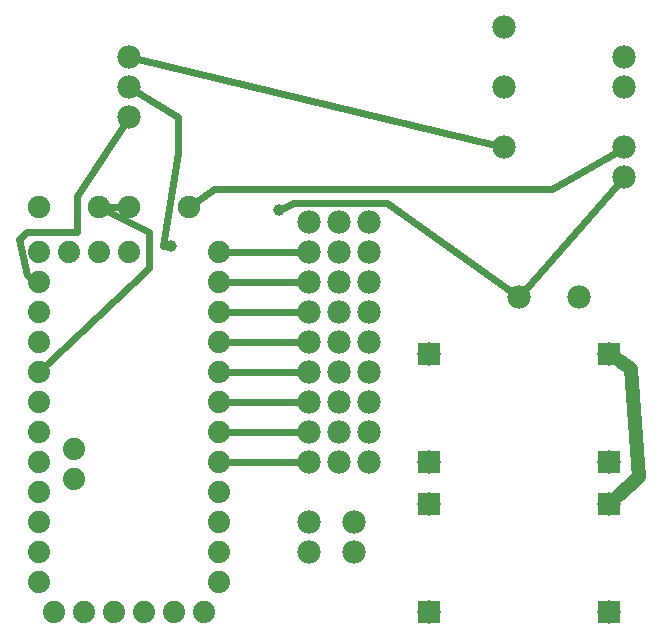
<source format=gtl>
G04 MADE WITH FRITZING*
G04 WWW.FRITZING.ORG*
G04 DOUBLE SIDED*
G04 HOLES PLATED*
G04 CONTOUR ON CENTER OF CONTOUR VECTOR*
%ASAXBY*%
%FSLAX23Y23*%
%MOIN*%
%OFA0B0*%
%SFA1.0B1.0*%
%ADD10C,0.078000*%
%ADD11C,0.074000*%
%ADD12C,0.075000*%
%ADD13C,0.039370*%
%ADD14R,0.077630X0.077806*%
%ADD15C,0.024000*%
%ADD16C,0.048000*%
%LNCOPPER1*%
G90*
G70*
G54D10*
X1027Y1431D03*
X1127Y1431D03*
X1227Y1431D03*
X1027Y1331D03*
X1127Y1331D03*
X1227Y1331D03*
X1027Y1231D03*
X1127Y1231D03*
X1227Y1231D03*
X1027Y1131D03*
X1127Y1131D03*
X1227Y1131D03*
X1027Y1031D03*
X1127Y1031D03*
X1227Y1031D03*
X1027Y931D03*
X1127Y931D03*
X1227Y931D03*
X1027Y831D03*
X1127Y831D03*
X1227Y831D03*
X1027Y731D03*
X1127Y731D03*
X1227Y731D03*
X1027Y631D03*
X1127Y631D03*
X1227Y631D03*
G54D11*
X677Y131D03*
X577Y131D03*
X477Y131D03*
X377Y131D03*
X277Y131D03*
X177Y131D03*
X242Y676D03*
X242Y576D03*
X327Y1331D03*
X227Y1331D03*
X127Y231D03*
X127Y331D03*
X127Y431D03*
X127Y531D03*
X127Y631D03*
X127Y731D03*
X127Y831D03*
X127Y931D03*
X127Y1031D03*
X127Y1131D03*
X127Y1231D03*
X127Y1331D03*
X727Y1331D03*
X727Y1231D03*
X727Y1131D03*
X727Y1031D03*
X727Y931D03*
X727Y831D03*
X727Y731D03*
X727Y631D03*
X727Y531D03*
X727Y431D03*
X727Y331D03*
X727Y231D03*
X427Y1331D03*
G54D10*
X2027Y131D03*
X2027Y491D03*
X1427Y491D03*
X1427Y131D03*
X2027Y631D03*
X2027Y991D03*
X1427Y991D03*
X1427Y631D03*
X1677Y2081D03*
X1677Y1881D03*
X1677Y1681D03*
X427Y1981D03*
X427Y1881D03*
X427Y1781D03*
X2077Y1881D03*
X2077Y1981D03*
X1927Y1181D03*
X1727Y1181D03*
X2077Y1681D03*
X2077Y1581D03*
G54D12*
X127Y1481D03*
X327Y1481D03*
X427Y1481D03*
X627Y1481D03*
G54D13*
X564Y1350D03*
X924Y1470D03*
G54D10*
X1027Y331D03*
X1027Y331D03*
X1027Y431D03*
X1177Y431D03*
X1177Y431D03*
X1177Y331D03*
G54D14*
X1427Y491D03*
X1427Y132D03*
X2027Y131D03*
X2027Y491D03*
X1427Y991D03*
X1427Y632D03*
X2027Y631D03*
X2027Y991D03*
G54D15*
X758Y1031D02*
X997Y1031D01*
D02*
X758Y931D02*
X997Y931D01*
D02*
X758Y831D02*
X997Y831D01*
D02*
X758Y1131D02*
X997Y1131D01*
D02*
X758Y731D02*
X997Y731D01*
D02*
X410Y1756D02*
X252Y1518D01*
D02*
X758Y1331D02*
X997Y1331D01*
D02*
X758Y631D02*
X997Y631D01*
D02*
X758Y1231D02*
X997Y1231D01*
D02*
X252Y1398D02*
X84Y1398D01*
D02*
X252Y1518D02*
X252Y1398D01*
D02*
X398Y1481D02*
X355Y1481D01*
D02*
X84Y1254D02*
X99Y1246D01*
D02*
X60Y1374D02*
X84Y1254D01*
D02*
X84Y1398D02*
X60Y1374D01*
D02*
X149Y953D02*
X492Y1278D01*
D02*
X492Y1398D02*
X352Y1468D01*
D02*
X492Y1278D02*
X492Y1398D01*
D02*
X1836Y1542D02*
X2051Y1666D01*
D02*
X708Y1542D02*
X1836Y1542D01*
D02*
X650Y1498D02*
X708Y1542D01*
D02*
X588Y1782D02*
X588Y1662D01*
D02*
X452Y1865D02*
X588Y1782D01*
G54D16*
D02*
X2100Y942D02*
X2061Y968D01*
D02*
X2127Y581D02*
X2100Y942D01*
D02*
X2057Y519D02*
X2127Y581D01*
G54D15*
D02*
X540Y1350D02*
X545Y1350D01*
D02*
X588Y1662D02*
X540Y1350D01*
D02*
X2057Y1558D02*
X1746Y1204D01*
D02*
X1284Y1494D02*
X1702Y1198D01*
D02*
X972Y1494D02*
X1284Y1494D01*
D02*
X941Y1478D02*
X972Y1494D01*
D02*
X456Y1974D02*
X1647Y1688D01*
G04 End of Copper1*
M02*
</source>
